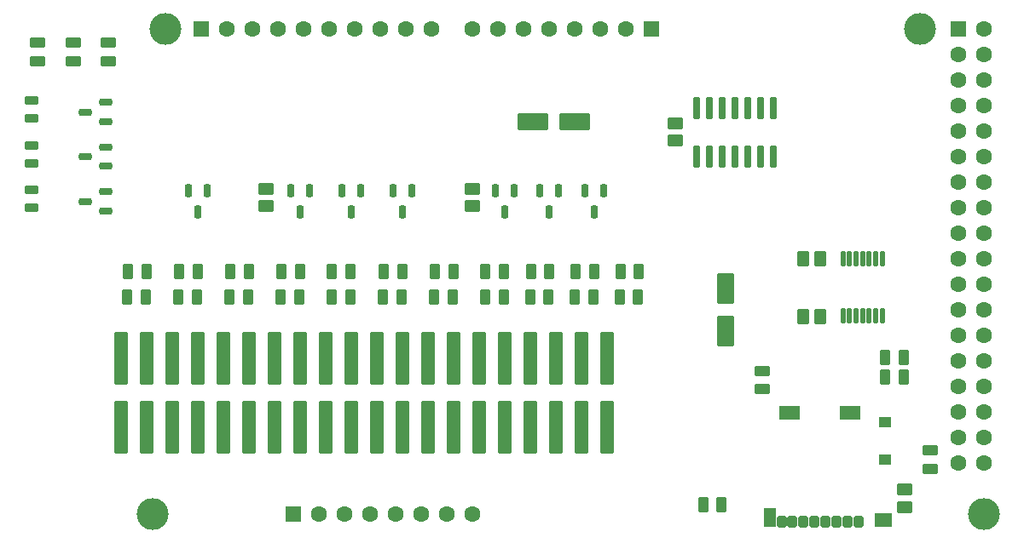
<source format=gts>
G04 DipTrace 4.3.0.2*
G04 TopMask.gbr*
%MOIN*%
G04 #@! TF.FileFunction,Soldermask,Top*
G04 #@! TF.Part,Single*
%AMOUTLINE1*
4,1,28,
-0.011745,0.030937,
0.011745,0.030937,
0.014684,0.03055,
0.017544,0.029365,
0.02,0.027481,
0.021885,0.025024,
0.02307,0.022164,
0.023457,0.019226,
0.023457,-0.019226,
0.02307,-0.022164,
0.021885,-0.025024,
0.02,-0.027481,
0.017544,-0.029365,
0.014684,-0.03055,
0.011745,-0.030937,
-0.011745,-0.030937,
-0.014684,-0.03055,
-0.017544,-0.029365,
-0.02,-0.027481,
-0.021885,-0.025024,
-0.02307,-0.022164,
-0.023457,-0.019226,
-0.023457,0.019226,
-0.02307,0.022164,
-0.021885,0.025024,
-0.02,0.027481,
-0.017544,0.029365,
-0.014684,0.03055,
-0.011745,0.030937,
0*%
%AMOUTLINE4*
4,1,28,
0.011745,-0.030937,
-0.011745,-0.030937,
-0.014684,-0.03055,
-0.017544,-0.029365,
-0.02,-0.027481,
-0.021885,-0.025024,
-0.02307,-0.022164,
-0.023457,-0.019226,
-0.023457,0.019226,
-0.02307,0.022164,
-0.021885,0.025024,
-0.02,0.027481,
-0.017544,0.029365,
-0.014684,0.03055,
-0.011745,0.030937,
0.011745,0.030937,
0.014684,0.03055,
0.017544,0.029365,
0.02,0.027481,
0.021885,0.025024,
0.02307,0.022164,
0.023457,0.019226,
0.023457,-0.019226,
0.02307,-0.022164,
0.021885,-0.025024,
0.02,-0.027481,
0.017544,-0.029365,
0.014684,-0.03055,
0.011745,-0.030937,
0*%
%AMOUTLINE7*
4,1,28,
-0.030937,-0.011746,
-0.030937,0.011745,
-0.03055,0.014683,
-0.029366,0.017544,
-0.027481,0.02,
-0.025025,0.021885,
-0.022164,0.023069,
-0.019226,0.023456,
0.019225,0.023457,
0.022164,0.02307,
0.025024,0.021885,
0.02748,0.020001,
0.029365,0.017545,
0.03055,0.014684,
0.030937,0.011746,
0.030937,-0.011745,
0.03055,-0.014683,
0.029366,-0.017544,
0.027481,-0.02,
0.025025,-0.021885,
0.022164,-0.023069,
0.019226,-0.023456,
-0.019225,-0.023457,
-0.022164,-0.02307,
-0.025024,-0.021885,
-0.02748,-0.020001,
-0.029365,-0.017545,
-0.03055,-0.014684,
-0.030937,-0.011746,
0*%
%AMOUTLINE10*
4,1,28,
0.030937,0.011746,
0.030937,-0.011745,
0.03055,-0.014683,
0.029366,-0.017544,
0.027481,-0.02,
0.025025,-0.021885,
0.022164,-0.023069,
0.019226,-0.023456,
-0.019225,-0.023457,
-0.022164,-0.02307,
-0.025024,-0.021885,
-0.02748,-0.020001,
-0.029365,-0.017545,
-0.03055,-0.014684,
-0.030937,-0.011746,
-0.030937,0.011745,
-0.03055,0.014683,
-0.029366,0.017544,
-0.027481,0.02,
-0.025025,0.021885,
-0.022164,0.023069,
-0.019226,0.023456,
0.019225,0.023457,
0.022164,0.02307,
0.025024,0.021885,
0.02748,0.020001,
0.029365,0.017545,
0.03055,0.014684,
0.030937,0.011746,
0*%
%AMOUTLINE13*
4,1,28,
0.049344,-0.034087,
-0.049344,-0.034087,
-0.052282,-0.0337,
-0.055142,-0.032515,
-0.057599,-0.03063,
-0.059483,-0.028174,
-0.060668,-0.025314,
-0.061055,-0.022375,
-0.061055,0.022375,
-0.060668,0.025314,
-0.059483,0.028174,
-0.057599,0.03063,
-0.055142,0.032515,
-0.052282,0.0337,
-0.049344,0.034087,
0.049344,0.034087,
0.052282,0.0337,
0.055142,0.032515,
0.057599,0.03063,
0.059483,0.028174,
0.060668,0.025314,
0.061055,0.022375,
0.061055,-0.022375,
0.060668,-0.025314,
0.059483,-0.028174,
0.057599,-0.03063,
0.055142,-0.032515,
0.052282,-0.0337,
0.049344,-0.034087,
0*%
%AMOUTLINE16*
4,1,28,
-0.049344,0.034087,
0.049344,0.034087,
0.052282,0.0337,
0.055142,0.032515,
0.057599,0.03063,
0.059483,0.028174,
0.060668,0.025314,
0.061055,0.022375,
0.061055,-0.022375,
0.060668,-0.025314,
0.059483,-0.028174,
0.057599,-0.03063,
0.055142,-0.032515,
0.052282,-0.0337,
0.049344,-0.034087,
-0.049344,-0.034087,
-0.052282,-0.0337,
-0.055142,-0.032515,
-0.057599,-0.03063,
-0.059483,-0.028174,
-0.060668,-0.025314,
-0.061055,-0.022375,
-0.061055,0.022375,
-0.060668,0.025314,
-0.059483,0.028174,
-0.057599,0.03063,
-0.055142,0.032515,
-0.052282,0.0337,
-0.049344,0.034087,
0*%
%AMOUTLINE19*
4,1,28,
-0.034087,-0.049344,
-0.034087,0.049344,
-0.0337,0.052282,
-0.032515,0.055142,
-0.03063,0.057599,
-0.028174,0.059483,
-0.025314,0.060668,
-0.022375,0.061055,
0.022375,0.061055,
0.025314,0.060668,
0.028174,0.059483,
0.03063,0.057599,
0.032515,0.055142,
0.0337,0.052282,
0.034087,0.049344,
0.034087,-0.049344,
0.0337,-0.052282,
0.032515,-0.055142,
0.03063,-0.057599,
0.028174,-0.059483,
0.025314,-0.060668,
0.022375,-0.061055,
-0.022375,-0.061055,
-0.025314,-0.060668,
-0.028174,-0.059483,
-0.03063,-0.057599,
-0.032515,-0.055142,
-0.0337,-0.052282,
-0.034087,-0.049344,
0*%
%AMOUTLINE22*
4,1,28,
0.034087,0.049344,
0.034087,-0.049344,
0.0337,-0.052282,
0.032515,-0.055142,
0.03063,-0.057599,
0.028174,-0.059483,
0.025314,-0.060668,
0.022375,-0.061055,
-0.022375,-0.061055,
-0.025314,-0.060668,
-0.028174,-0.059483,
-0.03063,-0.057599,
-0.032515,-0.055142,
-0.0337,-0.052282,
-0.034087,-0.049344,
-0.034087,0.049344,
-0.0337,0.052282,
-0.032515,0.055142,
-0.03063,0.057599,
-0.028174,0.059483,
-0.025314,0.060668,
-0.022375,0.061055,
0.022375,0.061055,
0.025314,0.060668,
0.028174,0.059483,
0.03063,0.057599,
0.032515,0.055142,
0.0337,0.052282,
0.034087,0.049344,
0*%
%AMOUTLINE25*
4,1,28,
-0.027197,-0.007611,
-0.027197,0.007611,
-0.02689,0.009938,
-0.025942,0.012229,
-0.024432,0.014196,
-0.022465,0.015705,
-0.020175,0.016654,
-0.017848,0.016961,
0.017848,0.016961,
0.020175,0.016654,
0.022465,0.015705,
0.024432,0.014196,
0.025942,0.012229,
0.02689,0.009938,
0.027197,0.007611,
0.027197,-0.007611,
0.02689,-0.009938,
0.025942,-0.012229,
0.024432,-0.014196,
0.022465,-0.015705,
0.020175,-0.016654,
0.017848,-0.016961,
-0.017848,-0.016961,
-0.020175,-0.016654,
-0.022465,-0.015705,
-0.024432,-0.014196,
-0.025942,-0.012229,
-0.02689,-0.009938,
-0.027197,-0.007611,
0*%
%AMOUTLINE28*
4,1,28,
0.027197,0.007611,
0.027197,-0.007611,
0.02689,-0.009938,
0.025942,-0.012229,
0.024432,-0.014196,
0.022465,-0.015705,
0.020175,-0.016654,
0.017848,-0.016961,
-0.017848,-0.016961,
-0.020175,-0.016654,
-0.022465,-0.015705,
-0.024432,-0.014196,
-0.025942,-0.012229,
-0.02689,-0.009938,
-0.027197,-0.007611,
-0.027197,0.007611,
-0.02689,0.009938,
-0.025942,0.012229,
-0.024432,0.014196,
-0.022465,0.015705,
-0.020175,0.016654,
-0.017848,0.016961,
0.017848,0.016961,
0.020175,0.016654,
0.022465,0.015705,
0.024432,0.014196,
0.025942,0.012229,
0.02689,0.009938,
0.027197,0.007611,
0*%
%AMOUTLINE31*
4,1,28,
-0.020131,0.102,
0.020131,0.102,
0.021816,0.101778,
0.023509,0.101077,
0.024962,0.099962,
0.026077,0.098509,
0.026778,0.096816,
0.027,0.095131,
0.027,-0.095131,
0.026778,-0.096816,
0.026077,-0.098509,
0.024962,-0.099962,
0.023509,-0.101077,
0.021816,-0.101778,
0.020131,-0.102,
-0.020131,-0.102,
-0.021816,-0.101778,
-0.023509,-0.101077,
-0.024962,-0.099962,
-0.026077,-0.098509,
-0.026778,-0.096816,
-0.027,-0.095131,
-0.027,0.095131,
-0.026778,0.096816,
-0.026077,0.098509,
-0.024962,0.099962,
-0.023509,0.101077,
-0.021816,0.101778,
-0.020131,0.102,
0*%
%AMOUTLINE34*
4,1,28,
0.020131,-0.102,
-0.020131,-0.102,
-0.021816,-0.101778,
-0.023509,-0.101077,
-0.024962,-0.099962,
-0.026077,-0.098509,
-0.026778,-0.096816,
-0.027,-0.095131,
-0.027,0.095131,
-0.026778,0.096816,
-0.026077,0.098509,
-0.024962,0.099962,
-0.023509,0.101077,
-0.021816,0.101778,
-0.020131,0.102,
0.020131,0.102,
0.021816,0.101778,
0.023509,0.101077,
0.024962,0.099962,
0.026077,0.098509,
0.026778,0.096816,
0.027,0.095131,
0.027,-0.095131,
0.026778,-0.096816,
0.026077,-0.098509,
0.024962,-0.099962,
0.023509,-0.101077,
0.021816,-0.101778,
0.020131,-0.102,
0*%
%AMOUTLINE37*
4,1,28,
-0.008497,0.023654,
0.008497,0.023654,
0.011054,0.023317,
0.013558,0.02228,
0.015708,0.02063,
0.017358,0.018479,
0.018396,0.015975,
0.018732,0.013418,
0.018732,-0.013418,
0.018396,-0.015975,
0.017358,-0.018479,
0.015708,-0.02063,
0.013558,-0.02228,
0.011054,-0.023317,
0.008497,-0.023654,
-0.008497,-0.023654,
-0.011054,-0.023317,
-0.013558,-0.02228,
-0.015708,-0.02063,
-0.017358,-0.018479,
-0.018396,-0.015975,
-0.018732,-0.013418,
-0.018732,0.013418,
-0.018396,0.015975,
-0.017358,0.018479,
-0.015708,0.02063,
-0.013558,0.02228,
-0.011054,0.023317,
-0.008497,0.023654,
0*%
%AMOUTLINE40*
4,1,28,
0.006037,-0.025228,
-0.006037,-0.025228,
-0.008058,-0.024962,
-0.010064,-0.024131,
-0.011786,-0.02281,
-0.013108,-0.021087,
-0.013939,-0.019082,
-0.014205,-0.01706,
-0.014205,0.01706,
-0.013939,0.019082,
-0.013108,0.021087,
-0.011786,0.02281,
-0.010064,0.024131,
-0.008058,0.024962,
-0.006037,0.025228,
0.006037,0.025228,
0.008058,0.024962,
0.010064,0.024131,
0.011786,0.02281,
0.013108,0.021087,
0.013939,0.019082,
0.014205,0.01706,
0.014205,-0.01706,
0.013939,-0.019082,
0.013108,-0.021087,
0.011786,-0.02281,
0.010064,-0.024131,
0.008058,-0.024962,
0.006037,-0.025228,
0*%
%AMOUTLINE43*
4,1,28,
-0.006037,0.025228,
0.006037,0.025228,
0.008058,0.024962,
0.010064,0.024131,
0.011786,0.02281,
0.013108,0.021087,
0.013939,0.019082,
0.014205,0.01706,
0.014205,-0.01706,
0.013939,-0.019082,
0.013108,-0.021087,
0.011786,-0.02281,
0.010064,-0.024131,
0.008058,-0.024962,
0.006037,-0.025228,
-0.006037,-0.025228,
-0.008058,-0.024962,
-0.010064,-0.024131,
-0.011786,-0.02281,
-0.013108,-0.021087,
-0.013939,-0.019082,
-0.014205,-0.01706,
-0.014205,0.01706,
-0.013939,0.019082,
-0.013108,0.021087,
-0.011786,0.02281,
-0.010064,0.024131,
-0.008058,0.024962,
-0.006037,0.025228,
0*%
%AMOUTLINE46*
4,1,28,
-0.025228,-0.006037,
-0.025228,0.006037,
-0.024962,0.008058,
-0.024131,0.010064,
-0.02281,0.011786,
-0.021087,0.013108,
-0.019082,0.013939,
-0.01706,0.014205,
0.01706,0.014205,
0.019082,0.013939,
0.021087,0.013108,
0.02281,0.011786,
0.024131,0.010064,
0.024962,0.008058,
0.025228,0.006037,
0.025228,-0.006037,
0.024962,-0.008058,
0.024131,-0.010064,
0.02281,-0.011786,
0.021087,-0.013108,
0.019082,-0.013939,
0.01706,-0.014205,
-0.01706,-0.014205,
-0.019082,-0.013939,
-0.021087,-0.013108,
-0.02281,-0.011786,
-0.024131,-0.010064,
-0.024962,-0.008058,
-0.025228,-0.006037,
0*%
%AMOUTLINE49*
4,1,28,
0.025228,0.006037,
0.025228,-0.006037,
0.024962,-0.008058,
0.024131,-0.010064,
0.02281,-0.011786,
0.021087,-0.013108,
0.019082,-0.013939,
0.01706,-0.014205,
-0.01706,-0.014205,
-0.019082,-0.013939,
-0.021087,-0.013108,
-0.02281,-0.011786,
-0.024131,-0.010064,
-0.024962,-0.008058,
-0.025228,-0.006037,
-0.025228,0.006037,
-0.024962,0.008058,
-0.024131,0.010064,
-0.02281,0.011786,
-0.021087,0.013108,
-0.019082,0.013939,
-0.01706,0.014205,
0.01706,0.014205,
0.019082,0.013939,
0.021087,0.013108,
0.02281,0.011786,
0.024131,0.010064,
0.024962,0.008058,
0.025228,0.006037,
0*%
%AMOUTLINE52*
4,1,28,
0.009383,-0.029953,
-0.009383,-0.029953,
-0.01222,-0.029579,
-0.014985,-0.028434,
-0.01736,-0.026612,
-0.019182,-0.024237,
-0.020327,-0.021472,
-0.020701,-0.018635,
-0.020701,0.018635,
-0.020327,0.021472,
-0.019182,0.024237,
-0.01736,0.026612,
-0.014985,0.028434,
-0.01222,0.029579,
-0.009383,0.029953,
0.009383,0.029953,
0.01222,0.029579,
0.014985,0.028434,
0.01736,0.026612,
0.019182,0.024237,
0.020327,0.021472,
0.020701,0.018635,
0.020701,-0.018635,
0.020327,-0.021472,
0.019182,-0.024237,
0.01736,-0.026612,
0.014985,-0.028434,
0.01222,-0.029579,
0.009383,-0.029953,
0*%
%AMOUTLINE55*
4,1,28,
-0.009383,0.029953,
0.009383,0.029953,
0.01222,0.029579,
0.014985,0.028434,
0.01736,0.026612,
0.019182,0.024237,
0.020327,0.021472,
0.020701,0.018635,
0.020701,-0.018635,
0.020327,-0.021472,
0.019182,-0.024237,
0.01736,-0.026612,
0.014985,-0.028434,
0.01222,-0.029579,
0.009383,-0.029953,
-0.009383,-0.029953,
-0.01222,-0.029579,
-0.014985,-0.028434,
-0.01736,-0.026612,
-0.019182,-0.024237,
-0.020327,-0.021472,
-0.020701,-0.018635,
-0.020701,0.018635,
-0.020327,0.021472,
-0.019182,0.024237,
-0.01736,0.026612,
-0.014985,0.028434,
-0.01222,0.029579,
-0.009383,0.029953,
0*%
%AMOUTLINE58*
4,1,28,
-0.029953,-0.009384,
-0.029953,0.009382,
-0.02958,0.012219,
-0.028434,0.014984,
-0.026612,0.017359,
-0.024237,0.019181,
-0.021472,0.020327,
-0.018635,0.0207,
0.018635,0.020701,
0.021471,0.020328,
0.024237,0.019182,
0.026611,0.01736,
0.028434,0.014986,
0.029579,0.01222,
0.029953,0.009384,
0.029953,-0.009382,
0.02958,-0.012219,
0.028434,-0.014984,
0.026612,-0.017359,
0.024237,-0.019181,
0.021472,-0.020327,
0.018635,-0.0207,
-0.018635,-0.020701,
-0.021471,-0.020328,
-0.024237,-0.019182,
-0.026611,-0.01736,
-0.028434,-0.014986,
-0.029579,-0.01222,
-0.029953,-0.009384,
0*%
%AMOUTLINE61*
4,1,28,
0.029953,0.009384,
0.029953,-0.009382,
0.02958,-0.012219,
0.028434,-0.014984,
0.026612,-0.017359,
0.024237,-0.019181,
0.021472,-0.020327,
0.018635,-0.0207,
-0.018635,-0.020701,
-0.021471,-0.020328,
-0.024237,-0.019182,
-0.026611,-0.01736,
-0.028434,-0.014986,
-0.029579,-0.01222,
-0.029953,-0.009384,
-0.029953,0.009382,
-0.02958,0.012219,
-0.028434,0.014984,
-0.026612,0.017359,
-0.024237,0.019181,
-0.021472,0.020327,
-0.018635,0.0207,
0.018635,0.020701,
0.021471,0.020328,
0.024237,0.019182,
0.026611,0.01736,
0.028434,0.014986,
0.029579,0.01222,
0.029953,0.009384,
0*%
%AMOUTLINE64*
4,1,28,
-0.00643,0.042748,
0.00643,0.042748,
0.008554,0.042468,
0.010654,0.041598,
0.012458,0.040214,
0.013842,0.03841,
0.014713,0.036309,
0.014992,0.034186,
0.014992,-0.034186,
0.014713,-0.036309,
0.013842,-0.03841,
0.012458,-0.040214,
0.010654,-0.041598,
0.008554,-0.042468,
0.00643,-0.042748,
-0.00643,-0.042748,
-0.008554,-0.042468,
-0.010654,-0.041598,
-0.012458,-0.040214,
-0.013842,-0.03841,
-0.014713,-0.036309,
-0.014992,-0.034186,
-0.014992,0.034186,
-0.014713,0.036309,
-0.013842,0.03841,
-0.012458,0.040214,
-0.010654,0.041598,
-0.008554,0.042468,
-0.00643,0.042748,
0*%
%AMOUTLINE67*
4,1,28,
0.00643,-0.042748,
-0.00643,-0.042748,
-0.008554,-0.042468,
-0.010654,-0.041598,
-0.012458,-0.040214,
-0.013842,-0.03841,
-0.014713,-0.036309,
-0.014992,-0.034186,
-0.014992,0.034186,
-0.014713,0.036309,
-0.013842,0.03841,
-0.012458,0.040214,
-0.010654,0.041598,
-0.008554,0.042468,
-0.00643,0.042748,
0.00643,0.042748,
0.008554,0.042468,
0.010654,0.041598,
0.012458,0.040214,
0.013842,0.03841,
0.014713,0.036309,
0.014992,0.034186,
0.014992,-0.034186,
0.014713,-0.036309,
0.013842,-0.03841,
0.012458,-0.040214,
0.010654,-0.041598,
0.008554,-0.042468,
0.00643,-0.042748,
0*%
%AMOUTLINE70*
4,1,28,
-0.003871,0.028969,
0.003871,0.028969,
0.005281,0.028783,
0.006717,0.028188,
0.00795,0.027242,
0.008897,0.026009,
0.009492,0.024573,
0.009677,0.023163,
0.009677,-0.023163,
0.009492,-0.024573,
0.008897,-0.026009,
0.00795,-0.027242,
0.006717,-0.028188,
0.005281,-0.028783,
0.003871,-0.028969,
-0.003871,-0.028969,
-0.005281,-0.028783,
-0.006717,-0.028188,
-0.00795,-0.027242,
-0.008897,-0.026009,
-0.009492,-0.024573,
-0.009677,-0.023163,
-0.009677,0.023163,
-0.009492,0.024573,
-0.008897,0.026009,
-0.00795,0.027242,
-0.006717,0.028188,
-0.005281,0.028783,
-0.003871,0.028969,
0*%
%AMOUTLINE73*
4,1,28,
0.003871,-0.028969,
-0.003871,-0.028969,
-0.005281,-0.028783,
-0.006717,-0.028188,
-0.00795,-0.027242,
-0.008897,-0.026009,
-0.009492,-0.024573,
-0.009677,-0.023163,
-0.009677,0.023163,
-0.009492,0.024573,
-0.008897,0.026009,
-0.00795,0.027242,
-0.006717,0.028188,
-0.005281,0.028783,
-0.003871,0.028969,
0.003871,0.028969,
0.005281,0.028783,
0.006717,0.028188,
0.00795,0.027242,
0.008897,0.026009,
0.009492,0.024573,
0.009677,0.023163,
0.009677,-0.023163,
0.009492,-0.024573,
0.008897,-0.026009,
0.00795,-0.027242,
0.006717,-0.028188,
0.005281,-0.028783,
0.003871,-0.028969,
0*%
%ADD28C,0.125*%
%ADD33C,0.063055*%
%ADD37R,0.063055X0.063055*%
%ADD39R,0.078803X0.05715*%
%ADD41R,0.051244X0.04337*%
%ADD43R,0.065024X0.05715*%
%ADD45R,0.050063X0.074866*%
%ADD51OUTLINE1*%
%ADD54OUTLINE4*%
%ADD57OUTLINE7*%
%ADD60OUTLINE10*%
%ADD63OUTLINE13*%
%ADD66OUTLINE16*%
%ADD69OUTLINE19*%
%ADD72OUTLINE22*%
%ADD75OUTLINE25*%
%ADD78OUTLINE28*%
%ADD81OUTLINE31*%
%ADD84OUTLINE34*%
%ADD87OUTLINE37*%
%ADD90OUTLINE40*%
%ADD93OUTLINE43*%
%ADD96OUTLINE46*%
%ADD99OUTLINE49*%
%ADD102OUTLINE52*%
%ADD105OUTLINE55*%
%ADD108OUTLINE58*%
%ADD111OUTLINE61*%
%ADD114OUTLINE64*%
%ADD117OUTLINE67*%
%ADD120OUTLINE70*%
%ADD123OUTLINE73*%
%FSLAX26Y26*%
G04*
G70*
G90*
G75*
G01*
G04 TopMask*
%LPD*%
D51*
X3090748Y1100000D3*
D54*
X3159252D3*
D57*
X2593750Y1562500D3*
D60*
X2593749Y1631004D3*
X993751Y1375000D3*
D57*
Y1306496D3*
D63*
X2200000Y1637500D3*
D66*
X2035039D3*
D60*
X1800000Y1375001D3*
D57*
Y1306497D3*
D51*
X3090748Y874999D3*
D54*
X3159252Y875001D3*
D57*
X3487501Y128248D3*
D60*
X3487499Y196752D3*
D69*
X2787500Y817520D3*
D72*
Y982480D3*
D75*
X75000Y1300157D3*
D78*
Y1369843D3*
D75*
Y1475157D3*
D78*
Y1544843D3*
D75*
Y1650157D3*
D78*
Y1719843D3*
D28*
X600000Y2000000D3*
X550000Y100000D3*
X3550000Y2000000D3*
X3800000Y100000D3*
D81*
X425000Y440000D3*
X525000D3*
X625000D3*
X725000D3*
X825000D3*
X925000D3*
X1025000D3*
X1125000D3*
X1225000D3*
X1325000D3*
X1425000D3*
X1525000D3*
X1625000D3*
X1725000D3*
X1825000D3*
X1925000D3*
X2025000D3*
X2125000D3*
X2225000D3*
X2325000D3*
D84*
Y710000D3*
X2225000D3*
X2125000D3*
X2025000D3*
X1925000D3*
X1825000D3*
X1725000D3*
X1625000D3*
X1525000D3*
X1425000D3*
X1325000D3*
X1225000D3*
X1125000D3*
X1025000D3*
X925000D3*
X825000D3*
X725000D3*
X625000D3*
X525000D3*
X425000D3*
D87*
X3008563Y71752D3*
X3049902D3*
X3093209D3*
X3136516D3*
X3179823D3*
X3223130D3*
X3266437D3*
X3309744D3*
D45*
X2960925Y85531D3*
D43*
X3406594Y76673D3*
D41*
X3413484Y459547D3*
Y313878D3*
D39*
X3040650Y497933D3*
X3275689D3*
D37*
X1100000Y100000D3*
D33*
X1200000D3*
X1300000D3*
X1400000D3*
X1500000D3*
X1600000D3*
X1700000D3*
X1800000D3*
D37*
X2500000Y2000000D3*
D33*
X2400000D3*
X2300000D3*
X2200000D3*
X2100000D3*
X2000000D3*
X1900000D3*
X1800000D3*
D37*
X740000D3*
D33*
X840000D3*
X940000D3*
X1040000D3*
X1140000D3*
X1240000D3*
X1340000D3*
X1440000D3*
X1540000D3*
X1640000D3*
D37*
X3700000D3*
D33*
X3800000D3*
X3700000Y1900000D3*
X3800000D3*
X3700000Y1800000D3*
X3800000D3*
X3700000Y1700000D3*
X3800000D3*
X3700000Y1600000D3*
X3800000D3*
X3700000Y1500000D3*
X3800000D3*
X3700000Y1400000D3*
X3800000D3*
X3700000Y1300000D3*
X3800000D3*
X3700000Y1200000D3*
X3800000D3*
X3700000Y1100000D3*
X3800000D3*
X3700000Y1000000D3*
X3800000D3*
X3700000Y900000D3*
X3800000D3*
X3700000Y800000D3*
X3800000D3*
X3700000Y700000D3*
X3800000D3*
X3700000Y600000D3*
X3800000D3*
X3700000Y500000D3*
X3800000D3*
X3700000Y400000D3*
X3800000D3*
X3700000Y300000D3*
X3800000D3*
D90*
X2137402Y1365748D3*
X2062598D3*
D93*
X2100000Y1284252D3*
D90*
X2312402Y1365748D3*
X2237598D3*
D93*
X2275000Y1284252D3*
D90*
X1962402Y1365748D3*
X1887598D3*
D93*
X1925000Y1284252D3*
D90*
X1362402Y1365748D3*
X1287598D3*
D93*
X1325000Y1284252D3*
D90*
X1562402Y1365748D3*
X1487598D3*
D93*
X1525000Y1284252D3*
D90*
X1162402Y1365748D3*
X1087598D3*
D93*
X1125000Y1284252D3*
D90*
X762402Y1365748D3*
X687598D3*
D93*
X725000Y1284252D3*
D96*
X365748Y1287598D3*
Y1362402D3*
D99*
X284252Y1325000D3*
D96*
X365748Y1462598D3*
Y1537402D3*
D99*
X284252Y1500000D3*
D96*
X365748Y1637598D3*
Y1712402D3*
D99*
X284252Y1675000D3*
D102*
X2450000Y1050000D3*
D105*
X2377953D3*
X2375000Y950000D3*
D102*
X2447047D3*
X2275000Y1050001D3*
D105*
X2202953Y1049999D3*
X2200000Y949999D3*
D102*
X2272047Y950001D3*
X2100000Y1050001D3*
D105*
X2027953Y1049999D3*
X2025000Y950000D3*
D102*
X2097047D3*
X1922047Y1050000D3*
D105*
X1850000D3*
Y950000D3*
D102*
X1922047D3*
X1725000Y1050001D3*
D105*
X1652953Y1049999D3*
D102*
X1525000Y1050000D3*
D105*
X1452953D3*
X1450000Y950000D3*
D102*
X1522047D3*
X1322047Y1050000D3*
D105*
X1250000D3*
Y950000D3*
D102*
X1322047D3*
X1125000Y1050000D3*
D105*
X1052953D3*
X1050000Y950000D3*
D102*
X1122047D3*
X925000Y1050000D3*
D105*
X852953D3*
X850000Y950000D3*
D102*
X922047D3*
X725000Y1050000D3*
D105*
X652953D3*
X650000Y949999D3*
D102*
X722047Y950001D3*
X525000Y1050000D3*
D105*
X452953D3*
X450000Y950000D3*
D102*
X522047D3*
D105*
X1650000D3*
D102*
X1722047D3*
D108*
X375001Y1875000D3*
D111*
X374999Y1947047D3*
D108*
X237501Y1875000D3*
D111*
X237499Y1947047D3*
D108*
X100001Y1875000D3*
D111*
X99999Y1947047D3*
D105*
X3413976Y637499D3*
D102*
X3486024Y637501D3*
D108*
X2931251Y588976D3*
D111*
X2931249Y661024D3*
D108*
X3587502Y276476D3*
D111*
X3587498Y348524D3*
D102*
X2773524Y137501D3*
D105*
X2701476Y137499D3*
X3413976Y712499D3*
D102*
X3486024Y712501D3*
D114*
X2675000Y1500000D3*
X2725000D3*
X2775000D3*
X2825000D3*
X2875000D3*
X2925000D3*
X2975000D3*
D117*
Y1690945D3*
X2925000D3*
X2875000D3*
X2825000D3*
X2775000D3*
X2725000D3*
X2675000D3*
D120*
X3248228Y876280D3*
X3273819D3*
X3299409D3*
X3325000D3*
X3350591D3*
X3376181D3*
X3401772D3*
D123*
Y1098720D3*
X3376181D3*
X3350591D3*
X3325000D3*
X3299409D3*
X3273819D3*
X3248228D3*
M02*

</source>
